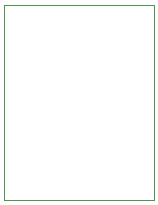
<source format=gbr>
G04 #@! TF.GenerationSoftware,KiCad,Pcbnew,(5.1.5-0-10_14)*
G04 #@! TF.CreationDate,2020-05-05T19:25:00-07:00*
G04 #@! TF.ProjectId,N64 UltraCIC II Breakout,4e363420-556c-4747-9261-434943204949,rev?*
G04 #@! TF.SameCoordinates,Original*
G04 #@! TF.FileFunction,Profile,NP*
%FSLAX46Y46*%
G04 Gerber Fmt 4.6, Leading zero omitted, Abs format (unit mm)*
G04 Created by KiCad (PCBNEW (5.1.5-0-10_14)) date 2020-05-05 19:25:00*
%MOMM*%
%LPD*%
G04 APERTURE LIST*
%ADD10C,0.050000*%
G04 APERTURE END LIST*
D10*
X147320000Y-102870000D02*
X147320000Y-119380000D01*
X160020000Y-102870000D02*
X147320000Y-102870000D01*
X160020000Y-119380000D02*
X160020000Y-102870000D01*
X147320000Y-119380000D02*
X160020000Y-119380000D01*
M02*

</source>
